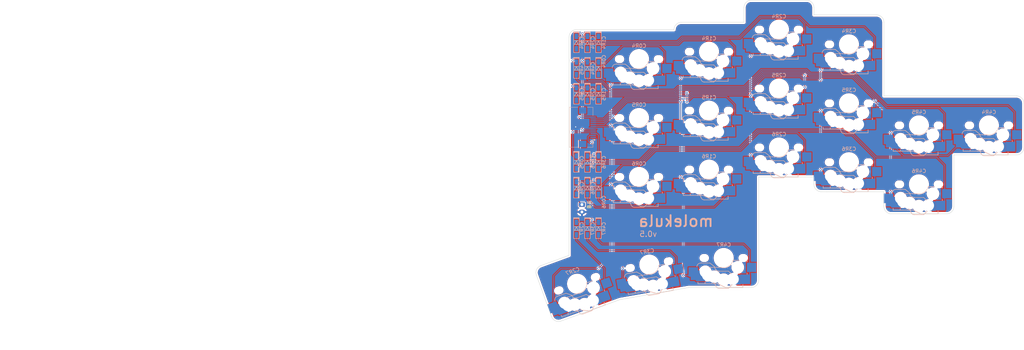
<source format=kicad_pcb>
(kicad_pcb (version 20240108) (generator "pcbnew") (generator_version "8.0")
  (layers (0 "F.Cu" signal) (31 "B.Cu" signal) (34 "B.Paste" user) (35 "F.Paste" user) (36 "B.SilkS" user "B.Silkscreen") (37 "F.SilkS" user "F.Silkscreen") (38 "B.Mask" user) (39 "F.Mask" user) (44 "Edge.Cuts" user))
  (net 0 "")
  (net 1 "GND")
  (net 2 "Net-(D19-A)")
  (net 3 "Net-(D20-A)")
  (net 4 "Net-(D21-A)")
  (net 5 "Net-(D22-A)")
  (net 6 "Net-(D23-A)")
  (net 7 "Net-(D24-A)")
  (net 8 "Net-(D25-A)")
  (net 9 "Net-(D26-A)")
  (net 10 "Net-(D27-A)")
  (net 11 "Net-(D28-A)")
  (net 12 "Net-(D29-A)")
  (net 13 "Net-(D30-A)")
  (net 14 "Net-(D31-A)")
  (net 15 "Net-(D32-A)")
  (net 16 "Net-(D33-A)")
  (net 17 "Net-(D34-A)")
  (net 18 "Net-(D35-A)")
  (net 19 "Net-(D36-A)")
  (net 20 "row4")
  (net 21 "row5")
  (net 22 "row6")
  (net 23 "row7")
  (net 24 "col5")
  (net 25 "BAT-right")
  (net 26 "col6")
  (net 27 "col7")
  (net 28 "col8")
  (net 29 "col9")
  (footprint "zzkeeb:Switch_MXKSChoc-miny-hotswap-ks-3d" (layer "F.Cu") (at 252.42 82.99)
    (property "Reference" "SW30" (hide yes))
    (property "Value" "Switch" (hide yes))
  )
  (footprint "zzkeeb:Switch_MXKSChoc-miny-hotswap-ks-3d" (layer "F.Cu") (at 309.42 70.99)
    (property "Reference" "SW28" (hide yes))
    (property "Value" "Switch" (hide yes))
  )
  (footprint "zzkeeb:Switch_MXKSChoc-miny-hotswap-ks-3d" (layer "F.Cu") (at 252.42 50.99)
    (property "Reference" "SW20" (hide yes))
    (property "Value" "Switch" (hide yes))
  )
  (footprint "zzkeeb:Switch_MXKSChoc-miny-hotswap-ks-3d" (layer "F.Cu") (at 271.42 76.99)
    (property "Reference" "SW31" (hide yes))
    (property "Value" "Switch" (hide yes))
  )
  (footprint "zzkeeb:Switch_MXKSChoc-miny-hotswap-ks-3d" (layer "F.Cu") (at 233.42 52.99)
    (property "Reference" "SW19" (hide yes))
    (property "Value" "Switch" (hide yes))
  )
  (footprint "zzkeeb:Switch_MXKSChoc-miny-hotswap-ks-3d" (layer "F.Cu") (at 271.42 60.99)
    (property "Reference" "SW26" (hide yes))
    (property "Value" "Switch" (hide yes))
  )
  (footprint "zzkeeb:Switch_MXKSChoc-miny-hotswap-ks-3d" (layer "F.Cu") (at 309.42 86.99)
    (property "Reference" "SW33" (hide yes))
    (property "Value" "Switch" (hide yes))
  )
  (footprint "zzkeeb:Connector_JST-1x02-2.00mm" (layer "F.Cu") (at 217.92 92.49 -90)
    (property "Reference" "J12" (hide yes))
    (property "Value" "Conn_01x02_Socket" (hide yes))
  )
  (footprint "zzkeeb:Switch_MXKSChoc-miny-hotswap-ks-3d" (layer "F.Cu") (at 252.42 66.99)
    (property "Reference" "SW25" (hide yes))
    (property "Value" "Switch" (hide yes))
  )
  (footprint "zzkeeb:Switch_MXKSChoc-miny-hotswap-ks-3d" (layer "F.Cu") (at 216.62 113.99 20)
    (property "Reference" "SW34" (hide yes))
    (property "Value" "Switch" (hide yes))
  )
  (footprint "zzkeeb:Switch_MXKSChoc-miny-hotswap-ks-3d" (layer "F.Cu") (at 290.42 48.99)
    (property "Reference" "SW22" (hide yes))
    (property "Value" "Switch" (hide yes))
  )
  (footprint "zzkeeb:Switch_MXKSChoc-miny-hotswap-ks-3d" (layer "F.Cu") (at 290.42 80.99)
    (property "Reference" "SW32" (hide yes))
    (property "Value" "Switch" (hide yes))
  )
  (footprint "zzkeeb:Switch_MXKSChoc-miny-hotswap-ks-3d" (layer "F.Cu") (at 256.42 106.99)
    (property "Reference" "SW36" (hide yes))
    (property "Value" "Switch" (hide yes))
  )
  (footprint "zzkeeb:Switch_MXKSChoc-miny-hotswap-ks-3d" (layer "F.Cu") (at 290.42 64.99)
    (property "Reference" "SW27" (hide yes))
    (property "Value" "Switch" (hide yes))
  )
  (footprint "zzkeeb:Switch_MXKSChoc-miny-hotswap-ks-3d" (layer "F.Cu") (at 236.22 108.79 10)
    (property "Reference" "SW35" (hide yes))
    (property "Value" "Switch" (hide yes))
  )
  (footprint "zzkeeb:Switch_MXKSChoc-miny-hotswap-ks-3d" (layer "F.Cu") (at 233.42 68.99)
    (property "Reference" "SW24" (hide yes))
    (property "Value" "Switch" (hide yes))
  )
  (footprint "zzkeeb:Switch_MXKSChoc-miny-hotswap-ks-3d" (layer "F.Cu") (at 271.42 44.99)
    (property "Reference" "SW21" (hide yes))
    (property "Value" "Switch" (hide yes))
  )
  (footprint "zzkeeb:Switch_MXKSChoc-miny-hotswap-ks-3d" (layer "F.Cu") (at 233.42 84.99)
    (property "Reference" "SW29" (hide yes))
    (property "Value" "Switch" (hide yes))
  )
  (footprint "zzkeeb:Switch_MXKSChoc-miny-hotswap-ks-3d" (layer "F.Cu") (at 328.42 70.99)
    (property "Reference" "SW23" (hide yes))
    (property "Value" "Switch" (hide yes))
  )
  (footprint "zzkeeb:Diode_1N4148-SOD123" (layer "B.Cu") (at 219.42 62.49 -90)
    (property "Reference" "D26" (hide yes))
    (property "Value" "C81598" (hide yes))
  )
  (footprint "zzkeeb:Diode_1N4148-SOD123" (layer "B.Cu") (at 216.42 48.49 -90)
    (property "Reference" "D22" (hide yes))
    (property "Value" "C81598" (hide yes))
  )
  (footprint "zzkeeb:Diode_1N4148-SOD123" (layer "B.Cu") (at 216.42 62.49 -90)
    (property "Reference" "D27" (hide yes))
    (property "Value" "C81598" (hide yes))
  )
  (footprint "zzkeeb:Diode_1N4148-SOD123" (layer "B.Cu") (at 219.42 80.99 -90)
    (property "Reference" "D33" (hide yes))
    (property "Value" "C81598" (hide yes))
  )
  (footprint "zzkeeb:Diode_1N4148-SOD123" (layer "B.Cu") (at 222.42 98.99 -90)
    (property "Reference" "D36" (hide yes))
    (property "Value" "C81598" (hide yes))
  )
  (footprint "zzkeeb:Diode_1N4148-SOD123" (layer "B.Cu") (at 222.42 48.49 -90)
    (property "Reference" "D20" (hide yes))
    (property "Value" "C81598" (hide yes))
  )
  (footprint "zzkeeb:Diode_1N4148-SOD123" (layer "B.Cu") (at 222.42 55.49 -90)
    (property "Reference" "D19" (hide yes))
    (property "Value" "C81598" (hide yes))
  )
  (footprint "zzkeeb:Diode_1N4148-SOD123" (layer "B.Cu") (at 219.42 55.49 -90)
    (property "Reference" "D23" (hide yes))
    (property "Value" "C81598" (hide yes))
  )
  (footprint "zzkeeb:Diode_1N4148-SOD123" (layer "B.Cu") (at 216.42 98.99 -90)
    (property "Reference" "D34" (hide yes))
    (property "Value" "C81598" (hide yes))
  )
  (footprint "zzkeeb:Diode_1N4148-SOD123" (layer "B.Cu") (at 216.42 55.49 -90)
    (property "Reference" "D28" (hide yes))
    (property "Value" "C81598" (hide yes))
  )
  (footprint "zzkeeb:Diode_1N4148-SOD123" (layer "B.Cu") (at 219.42 48.49 -90)
    (property "Reference" "D21" (hide yes))
    (property "Value" "C81598" (hide yes))
  )
  (footprint "zzkeeb:Diode_1N4148-SOD123" (layer "B.Cu") (at 216.42 87.99 -90)
    (property "Reference" "D31" (hide yes))
    (property "Value" "C81598" (hide yes))
  )
  (footprint "zzkeeb:Diode_1N4148-SOD123" (layer "B.Cu") (at 219.42 98.99 -90)
    (property "Reference" "D35" (hide yes))
    (property "Value" "C81598" (hide yes))
  )
  (footprint "zzkeeb:Connector_FFC-12pin-0.5mm-horizontal" (layer "B.Cu") (at 219.42 71.49 90)
    (property "Reference" "J5")
    (property "Value" "C479750" (hide yes))
  )
  (footprint "zzkeeb:Diode_1N4148-SOD123" (layer "B.Cu") (at 222.42 87.99 -90)
    (property "Reference" "D29" (hide yes))
    (property "Value" "C81598" (hide yes))
  )
  (footprint "zzkeeb:Diode_1N4148-SOD123" (layer "B.Cu") (at 222.42 80.99 -90)
    (property "Reference" "D32" (hide yes))
    (property "Value" "C81598" (hide yes))
  )
  (footprint "zzkeeb:Diode_1N4148-SOD123" (layer "B.Cu") (at 219.42 87.99 -90)
    (property "Reference" "D30" (hide yes))
    (property "Value" "C81598" (hide yes))
  )
  (footprint "zzkeeb:Diode_1N4148-SOD123" (layer "B.Cu") (at 216.42 80.99 -90)
    (property "Reference" "D24" (hide yes))
    (property "Value" "C81598" (hide yes))
  )
  (footprint "zzkeeb:Diode_1N4148-SOD123" (layer "B.Cu") (at 222.42 62.49 -90)
    (property "Reference" "D25" (hide yes))
    (property "Value" "C81598" (hide yes))
  )
  (gr_line (start 214.42 106.28113) (end 206.761624 109.068551) (stroke (width 0.1)) (layer "Edge.Cuts"))
  (gr_line (start 261.92 38.99) (end 261.92 42.99) (stroke (width 0.1)) (layer "Edge.Cuts"))
  (gr_line (start 318.92 92.99) (end 318.92 78.99) (stroke (width 0.1)) (layer "Edge.Cuts"))
  (gr_line (start 299.92 88.99) (end 299.92 92.99) (stroke (width 0.1)) (layer "Edge.Cuts"))
  (gr_line (start 335.92 62.99) (end 299.92 62.99) (stroke (width 0.1)) (layer "Edge.Cuts"))
  (gr_line (start 318.92 78.99) (end 335.92 78.99) (stroke (width 0.1)) (layer "Edge.Cuts"))
  (gr_line (start 214.42 57.99) (end 214.42 46.99) (stroke (width 0.1)) (layer "Edge.Cuts"))
  (gr_line (start 214.42 57.99) (end 214.42 84.99) (stroke (width 0.1)) (layer "Edge.Cuts"))
  (gr_arc (start 205.566236 111.63207) (mid 205.633004 110.102736) (end 206.761624 109.068551) (stroke (width 0.1)) (layer "Edge.Cuts"))
  (gr_arc (start 214.42 46.99) (mid 215.005786 45.575786) (end 216.42 44.99) (stroke (width 0.1)) (layer "Edge.Cuts"))
  (gr_line (start 284.42 88.99) (end 299.92 88.99) (stroke (width 0.1)) (layer "Edge.Cuts"))
  (gr_line (start 214.42 84.99) (end 214.42 106.28113) (stroke (width 0.1)) (layer "Edge.Cuts"))
  (gr_arc (start 301.92 94.99) (mid 300.505786 94.404214) (end 299.92 92.99) (stroke (width 0.1)) (layer "Edge.Cuts"))
  (gr_line (start 306.42 94.99) (end 316.92 94.99) (stroke (width 0.1)) (layer "Edge.Cuts"))
  (gr_line (start 306.42 94.99) (end 301.92 94.99) (stroke (width 0.1)) (layer "Edge.Cuts"))
  (gr_line (start 299.92 62.99) (end 299.92 42.99) (stroke (width 0.1)) (layer "Edge.Cuts"))
  (gr_arc (start 278.92 36.99) (mid 280.334214 37.575786) (end 280.92 38.99) (stroke (width 0.1)) (layer "Edge.Cuts"))
  (gr_line (start 297.92 40.99) (end 280.92 40.99) (stroke (width 0.1)) (layer "Edge.Cuts"))
  (gr_line (start 212.233881 124.103657) (end 228.208653 118.289315) (stroke (width 0.1)) (layer "Edge.Cuts"))
  (gr_line (start 280.92 84.99) (end 280.92 86.99) (stroke (width 0.1)) (layer "Edge.Cuts"))
  (gr_arc (start 212.233881 124.103657) (mid 210.704591 124.036911) (end 209.670452 122.908311) (stroke (width 0.1)) (layer "Edge.Cuts"))
  (gr_line (start 278.92 36.99) (end 263.92 36.99) (stroke (width 0.1)) (layer "Edge.Cuts"))
  (gr_line (start 280.92 40.99) (end 280.92 38.99) (stroke (width 0.1)) (layer "Edge.Cuts"))
  (gr_arc (start 318.92 92.99) (mid 318.334214 94.404214) (end 316.92 94.99) (stroke (width 0.1)) (layer "Edge.Cuts"))
  (gr_line (start 265.92 112.99) (end 265.92 84.99) (stroke (width 0.1)) (layer "Edge.Cuts"))
  (gr_arc (start 337.92 76.99) (mid 337.334214 78.404214) (end 335.92 78.99) (stroke (width 0.1)) (layer "Edge.Cuts"))
  (gr_line (start 246.92 114.99) (end 263.92 114.99) (stroke (width 0.1)) (layer "Edge.Cuts"))
  (gr_line (start 265.92 84.99) (end 280.92 84.99) (stroke (width 0.1)) (layer "Edge.Cuts"))
  (gr_line (start 205.566236 111.63207) (end 209.670452 122.908311) (stroke (width 0.1)) (layer "Edge.Cuts"))
  (gr_arc (start 335.92 62.99) (mid 337.334214 63.575786) (end 337.92 64.99) (stroke (width 0.1)) (layer "Edge.Cuts"))
  (gr_line (start 284.42 88.99) (end 282.92 88.99) (stroke (width 0.1)) (layer "Edge.Cuts"))
  (gr_arc (start 261.92 38.99) (mid 262.505786 37.575786) (end 263.92 36.99) (stroke (width 0.1)) (layer "Edge.Cuts"))
  (gr_arc (start 297.92 40.99) (mid 299.334214 41.575786) (end 299.92 42.99) (stroke (width 0.1)) (layer "Edge.Cuts"))
  (gr_line (start 242.92 44.99) (end 216.42 44.99) (stroke (width 0.1)) (layer "Edge.Cuts"))
  (gr_line (start 337.92 76.99) (end 337.92 64.99) (stroke (width 0.1)) (layer "Edge.Cuts"))
  (gr_arc (start 265.92 112.99) (mid 265.334214 114.404214) (end 263.92 114.99) (stroke (width 0.1)) (layer "Edge.Cuts"))
  (gr_line (start 261.92 42.99) (end 244.92 42.99) (stroke (width 0.1)) (layer "Edge.Cuts"))
  (gr_arc (start 242.92 44.99) (mid 243.505786 43.575786) (end 244.92 42.99) (stroke (width 0.1)) (layer "Edge.Cuts"))
  (gr_line (start 228.208653 118.289315) (end 246.92 114.99) (stroke (width 0.1)) (layer "Edge.Cuts"))
  (gr_arc (start 282.92 88.99) (mid 281.505786 88.404214) (end 280.92 86.99) (stroke (width 0.1)) (layer "Edge.Cuts"))
  (gr_text "molekula" (at 243.42 96.99 0) (layer "B.SilkS") (effects (font (size 3 3) (thickness 0.5) (bold yes)) (justify mirror)))
  (gr_text "v0.5" (at 235.92 100.49 0) (layer "B.SilkS") (effects (font (size 1.5 1.5) (thickness 0.2)) (justify mirror)))
  (segment (start 216.92 94.49) (end 217.92 94.49) (width 0.3) (layer "F.Cu") (net 1))
  (segment (start 216.22 71.39) (end 216.22 93.79) (width 0.3) (layer "F.Cu") (net 1))
  (segment (start 216.22 93.79) (end 216.92 94.49) (width 0.3) (layer "F.Cu") (net 1))
  (via (at 216.22 71.39) (size 0.6) (drill 0.3) (layers "F.Cu" "B.Cu") (net 1))
  (segment (start 218.62 71.39) (end 218.97 71.74) (width 0.3) (layer "B.Cu") (net 1))
  (segment (start 218.97 71.74) (end 220.97 71.74) (width 0.3) (layer "B.Cu") (net 1))
  (segment (start 216.22 71.39) (end 218.62 71.39) (width 0.3) (layer "B.Cu") (net 1))
  (segment (start 240.42 57.615) (end 240.42 50.99) (width 0.2) (layer "B.Cu") (net 2))
  (segment (start 222.42 55.99) (end 222.42 57.19) (width 0.2) (layer "B.Cu") (net 2))
  (segment (start 240.42 50.99) (end 238.82 49.39) (width 0.2) (layer "B.Cu") (net 2))
  (segment (start 238.82 49.39) (end 229.02 49.39) (width 0.2) (layer "B.Cu") (net 2))
  (segment (start 239.295 58.74) (end 240.42 57.615) (width 0.2) (layer "B.Cu") (net 2))
  (segment (start 229.02 49.39) (end 222.42 55.99) (width 0.2) (layer "B.Cu") (net 2))
  (segment (start 244.185686 48.99) (end 224.42 48.99) (width 0.2) (layer "B.Cu") (net 3))
  (segment (start 259.42 49.59) (end 257.62 47.79) (width 0.2) (layer "B.Cu") (net 3))
  (segment (start 259.42 55.615) (end 259.42 49.59) (width 0.2) (layer "B.Cu") (net 3))
  (segment (start 258.295 56.74) (end 259.42 55.615) (width 0.2) (layer "B.Cu") (net 3))
  (segment (start 257.62 47.79) (end 245.385686 47.79) (width 0.2) (layer "B.Cu") (net 3))
  (segment (start 223.22 50.19) (end 222.42 50.19) (width 0.2) (layer "B.Cu") (net 3))
  (segment (start 224.42 48.99) (end 223.22 50.19) (width 0.2) (layer "B.Cu") (net 3))
  (segment (start 245.385686 47.79) (end 244.185686 48.99) (width 0.2) (layer "B.Cu") (net 3))
  (segment (start 277.295 50.74) (end 278.42 49.615) (width 0.2) (layer "B.Cu") (net 4))
  (segment (start 245.22 47.39) (end 244.02 48.59) (width 0.2) (layer "B.Cu") (net 4))
  (segment (start 219.82 48.59) (end 219.42 48.99) (width 0.2) (layer "B.Cu") (net 4))
  (segment (start 244.02 48.59) (end 219.82 48.59) (width 0.2) (layer "B.Cu") (net 4))
  (segment (start 266.42 41.79) (end 260.82 47.39) (width 0.2) (layer "B.Cu") (net 4))
  (segment (start 276.82 41.79) (end 266.42 41.79) (width 0.2) (layer "B.Cu") (net 4))
  (segment (start 278.42 49.615) (end 278.42 43.39) (width 0.2) (layer "B.Cu") (net 4))
  (segment (start 278.42 43.39) (end 276.82 41.79) (width 0.2) (layer "B.Cu") (net 4))
  (segment (start 260.82 47.39) (end 245.22 47.39) (width 0.2) (layer "B.Cu") (net 4))
  (segment (start 219.42 48.99) (end 219.42 50.19) (width 0.2) (layer "B.Cu") (net 4))
  (segment (start 279.785686 44.19) (end 276.985686 41.39) (width 0.2) (layer "B.Cu") (net 5))
  (segment (start 276.985686 41.39) (end 266.254314 41.39) (width 0.2) (layer "B.Cu") (net 5))
  (segment (start 245.054314 46.99) (end 243.854314 48.19) (width 0.2) (layer "B.Cu") (net 5))
  (segment (start 296.295 54.74) (end 297.42 53.615) (width 0.2) (layer "B.Cu") (net 5))
  (segment (start 216.42 48.99) (end 216.42 50.19) (width 0.2) (layer "B.Cu") (net 5))
  (segment (start 297.42 53.615) (end 297.42 46.99) (width 0.2) (layer "B.Cu") (net 5))
  (segment (start 217.22 48.19) (end 216.42 48.99) (width 0.2) (layer "B.Cu") (net 5))
  (segment (start 266.254314 41.39) (end 260.654314 46.99) (width 0.2) (layer "B.Cu") (net 5))
  (segment (start 297.42 46.99) (end 294.62 44.19) (width 0.2) (layer "B.Cu") (net 5))
  (segment (start 260.654314 46.99) (end 245.054314 46.99) (width 0.2) (layer "B.Cu") (net 5))
  (segment (start 294.62 44.19) (end 279.785686 44.19) (width 0.2) (layer "B.Cu") (net 5))
  (segment (start 243.854314 48.19) (end 217.22 48.19) (width 0.2) (layer "B.Cu") (net 5))
  (segment (start 335.42 67.39) (end 333.62 65.59) (width 0.2) (layer "B.Cu") (net 6))
  (segment (start 278.951372 55.79) (end 266.59157 55.79) (width 0.2) (layer "B.Cu") (net 6))
  (segment (start 334.295 76.74) (end 335.42 75.615) (width 0.2) (layer "B.Cu") (net 6))
  (segment (start 225.985686 61.39) (end 223.385686 58.79) (width 0.2) (layer "B.Cu") (net 6))
  (segment (start 223.385686 58.79) (end 219.82 58.79) (width 0.2) (layer "B.Cu") (net 6))
  (segment (start 219.42 58.39) (end 219.42 57.19) (width 0.2) (layer "B.Cu") (net 6))
  (segment (start 333.62 65.59) (end 300.719265 65.59) (width 0.2) (layer "B.Cu") (net 6))
  (segment (start 243.99157 60.39) (end 242.99157 61.39) (width 0.2) (layer "B.Cu") (net 6))
  (segment (start 219.82 58.79) (end 219.42 58.39) (width 0.2) (layer "B.Cu") (net 6))
  (segment (start 291.919265 56.79) (end 279.951372 56.79) (width 0.2) (layer "B.Cu") (net 6))
  (segment (start 266.59157 55.79) (end 261.99157 60.39) (width 0.2) (layer "B.Cu") (net 6))
  (segment (start 335.42 75.615) (end 335.42 67.39) (width 0.2) (layer "B.Cu") (net 6))
  (segment (start 242.99157 61.39) (end 225.985686 61.39) (width 0.2) (layer "B.Cu") (net 6))
  (segment (start 300.719265 65.59) (end 291.919265 56.79) (width 0.2) (layer "B.Cu") (net 6))
  (segment (start 279.951372 56.79) (end 278.951372 55.79) (width 0.2) (layer "B.Cu") (net 6))
  (segment (start 261.99157 60.39) (end 243.99157 60.39) (width 0.2) (layer "B.Cu") (net 6))
  (segment (start 240.42 73.615) (end 240.42 71.49) (width 0.2) (layer "B.Cu") (net 7))
  (segment (start 218.645 80.465) (end 233.57 80.465) (width 0.2) (layer "B.Cu") (net 7))
  (segment (start 239.295 74.74) (end 240.42 73.615) (width 0.2) (layer "B.Cu") (net 7))
  (segment (start 216.42 82.69) (end 218.645 80.465) (width 0.2) (layer "B.Cu") (net 7))
  (segment (start 233.57 80.465) (end 239.295 74.74) (width 0.2) (layer "B.Cu") (net 7))
  (segment (start 246.42 64.59) (end 246.42 62.19) (width 0.2) (layer "F.Cu") (net 8))
  (via (at 246.42 64.59) (size 0.6) (drill 0.3) (layers "F.Cu" "B.Cu") (net 8))
  (via (at 246.42 62.19) (size 0.6) (drill 0.3) (layers "F.Cu" "B.Cu") (net 8))
  (segment (start 246.62 64.59) (end 246.42 64.59) (width 0.2) (layer "B.Cu") (net 8))
  (segment (start 248.02 63.19) (end 246.62 64.59) (width 0.2) (layer "B.Cu") (net 8))
  (segment (start 246.42 62.19) (end 244.454314 62.19) (width 0.2) (layer "B.Cu") (net 8))
  (segment (start 259.42 65.39) (end 257.22 63.19) (width 0.2) (layer "B.Cu") (net 8))
  (segment (start 259.42 71.615) (end 259.42 65.39) (width 0.2) (layer "B.Cu") (net 8))
  (segment (start 257.22 63.19) (end 248.02 63.19) (width 0.2) (layer "B.Cu") (net 8))
  (segment (start 258.295 72.74) (end 259.42 71.615) (width 0.2) (layer "B.Cu") (net 8))
  (segment (start 243.654314 62.99) (end 223.62 62.99) (width 0.2) (layer "B.Cu") (net 8))
  (segment (start 223.62 62.99) (end 222.42 64.19) (width 0.2) (layer "B.Cu") (net 8))
  (segment (start 244.454314 62.19) (end 243.654314 62.99) (width 0.2) (layer "B.Cu") (net 8))
  (segment (start 278.42 57.39) (end 278.42 60.59) (width 0.2) (layer "F.Cu") (net 9))
  (via (at 278.42 57.39) (size 0.6) (drill 0.3) (layers "F.Cu" "B.Cu") (net 9))
  (via (at 278.42 60.59) (size 0.6) (drill 0.3) (layers "F.Cu" "B.Cu") (net 9))
  (segment (start 278.42 60.49) (end 278.42 60.59) (width 0.2) (layer "B.Cu") (net 9))
  (segment (start 277.295 66.74) (end 278.42 65.615) (width 0.2) (layer "B.Cu") (net 9))
  (segment (start 219.42 62.99) (end 219.42 64.19) (width 0.2) (layer "B.Cu") (net 9))
  (segment (start 262.488628 61.59) (end 244.488628 61.59) (width 0.2) (layer "B.Cu") (net 9))
  (segment (start 278.42 65.615) (end 278.42 60.59) (width 0.2) (layer "B.Cu") (net 9))
  (segment (start 219.82 62.59) (end 219.42 62.99) (width 0.2) (layer "B.Cu") (net 9))
  (segment (start 243.488628 62.59) (end 219.82 62.59) (width 0.2) (layer "B.Cu") (net 9))
  (segment (start 278.42 57.39) (end 278.02 56.99) (width 0.2) (layer "B.Cu") (net 9))
  (segment (start 278.02 56.99) (end 267.088628 56.99) (width 0.2) (layer "B.Cu") (net 9))
  (segment (start 267.088628 56.99) (end 262.488628 61.59) (width 0.2) (layer "B.Cu") (net 9))
  (segment (start 244.488628 61.59) (end 243.488628 62.59) (width 0.2) (layer "B.Cu") (net 9))
  (segment (start 243.322942 62.19) (end 217.22 62.19) (width 0.2) (layer "B.Cu") (net 10))
  (segment (start 291.585686 57.59) (end 279.62 57.59) (width 0.2) (layer "B.Cu") (net 10))
  (segment (start 298.02 66.89) (end 298.02 64.024314) (width 0.2) (layer "B.Cu") (net 10))
  (segment (start 298.02 64.024314) (end 291.585686 57.59) (width 0.2) (layer "B.Cu") (net 10))
  (segment (start 262.322942 61.19) (end 244.322942 61.19) (width 0.2) (layer "B.Cu") (net 10))
  (segment (start 217.22 62.19) (end 216.42 62.99) (width 0.2) (layer "B.Cu") (net 10))
  (segment (start 266.922942 56.59) (end 262.322942 61.19) (width 0.2) (layer "B.Cu") (net 10))
  (segment (start 216.42 62.99) (end 216.42 64.19) (width 0.2) (layer "B.Cu") (net 10))
  (segment (start 278.62 56.59) (end 266.922942 56.59) (width 0.2) (layer "B.Cu") (net 10))
  (segment (start 296.295 70.74) (end 296.82 70.215) (width 0.2) (layer "B.Cu") (net 10))
  (segment (start 279.62 57.59) (end 278.62 56.59) (width 0.2) (layer "B.Cu") (net 10))
  (segment (start 244.322942 61.19) (end 243.322942 62.19) (width 0.2) (layer "B.Cu") (net 10))
  (segment (start 296.82 70.215) (end 296.82 68.09) (width 0.2) (layer "B.Cu") (net 10))
  (segment (start 296.82 68.09) (end 298.02 66.89) (width 0.2) (layer "B.Cu") (net 10))
  (segment (start 223.22 59.19) (end 217.22 59.19) (width 0.2) (layer "B.Cu") (net 11))
  (segment (start 243.157256 61.79) (end 225.82 61.79) (width 0.2) (layer "B.Cu") (net 11))
  (segment (start 314.82 66.19) (end 300.753579 66.19) (width 0.2) (layer "B.Cu") (net 11))
  (segment (start 216.42 58.39) (end 216.42 57.19) (width 0.2) (layer "B.Cu") (net 11))
  (segment (start 316.42 75.615) (end 316.42 67.79) (width 0.2) (layer "B.Cu") (net 11))
  (segment (start 262.157256 60.79) (end 244.157256 60.79) (width 0.2) (layer "B.Cu") (net 11))
  (segment (start 316.42 67.79) (end 314.82 66.19) (width 0.2) (layer "B.Cu") (net 11))
  (segment (start 278.785686 56.19) (end 266.757256 56.19) (width 0.2) (layer "B.Cu") (net 11))
  (segment (start 244.157256 60.79) (end 243.157256 61.79) (width 0.2) (layer "B.Cu") (net 11))
  (segment (start 300.753579 66.19) (end 291.753579 57.19) (width 0.2) (layer "B.Cu") (net 11))
  (segment (start 291.753579 57.19) (end 279.785686 57.19) (width 0.2) (layer "B.Cu") (net 11))
  (segment (start 315.295 76.74) (end 316.42 75.615) (width 0.2) (layer "B.Cu") (net 11))
  (segment (start 225.82 61.79) (end 223.22 59.19) (width 0.2) (layer "B.Cu") (net 11))
  (segment (start 217.22 59.19) (end 216.42 58.39) (width 0.2) (layer "B.Cu") (net 11))
  (segment (start 279.785686 57.19) (end 278.785686 56.19) (width 0.2) (layer "B.Cu") (net 11))
  (segment (start 266.757256 56.19) (end 262.157256 60.79) (width 0.2) (layer "B.Cu") (net 11))
  (segment (start 240.42 89.615) (end 240.42 87.49) (width 0.2) (layer "B.Cu") (net 12))
  (segment (start 224.02 92.79) (end 237.245 92.79) (width 0.2) (layer "B.Cu") (net 12))
  (segment (start 239.295 90.74) (end 240.42 89.615) (width 0.2) (layer "B.Cu") (net 12))
  (segment (start 237.245 92.79) (end 239.295 90.74) (width 0.2) (layer "B.Cu") (net 12))
  (segment (start 222.42 91.19) (end 224.02 92.79) (width 0.2) (layer "B.Cu") (net 12))
  (segment (start 222.42 89.69) (end 222.42 91.19) (width 0.2) (layer "B.Cu") (net 12))
  (segment (start 253.845 93.19) (end 258.295 88.74) (width 0.2) (layer "B.Cu") (net 13))
  (segment (start 258.295 88.74) (end 259.42 87.615) (width 0.2) (layer "B.Cu") (net 13))
  (segment (start 221.62 93.19) (end 253.845 93.19) (width 0.2) (layer "B.Cu") (net 13))
  (segment (start 219.42 90.99) (end 221.62 93.19) (width 0.2) (layer "B.Cu") (net 13))
  (segment (start 259.42 87.615) (end 259.42 85.49) (width 0.2) (layer "B.Cu") (net 13))
  (segment (start 219.42 89.69) (end 219.42 90.99) (width 0.2) (layer "B.Cu") (net 13))
  (segment (start 261.02 77.79) (end 237.942058 77.79) (width 0.2) (layer "B.Cu") (net 14))
  (segment (start 228.945 81.665) (end 222.62 87.99) (width 0.2) (layer "B.Cu") (net 14))
  (segment (start 217.02 87.99) (end 216.42 88.59) (width 0.2) (layer "B.Cu") (net 14))
  (segment (start 222.62 87.99) (end 217.02 87.99) (width 0.2) (layer "B.Cu") (net 14))
  (segment (start 237.942058 77.79) (end 234.067058 81.665) (width 0.2) (layer "B.Cu") (net 14))
  (segment (start 265.82 72.99) (end 261.02 77.79) (width 0.2) (layer "B.Cu") (net 14))
  (segment (start 234.067058 81.665) (end 228.945 81.665) (width 0.2) (layer "B.Cu") (net 14))
  (segment (start 278.42 81.615) (end 278.42 74.99) (width 0.2) (layer "B.Cu") (net 14))
  (segment (start 276.42 72.99) (end 265.82 72.99) (width 0.2) (layer "B.Cu") (net 14))
  (segment (start 277.295 82.74) (end 278.42 81.615) (width 0.2) (layer "B.Cu") (net 14))
  (segment (start 278.42 74.99) (end 276.42 72.99) (width 0.2) (layer "B.Cu") (net 14))
  (segment (start 216.42 88.59) (end 216.42 89.69) (width 0.2) (layer "B.Cu") (net 14))
  (segment (start 223.845 81.265) (end 233.901372 81.265) (width 0.2) (layer "B.Cu") (net 15))
  (segment (start 260.854314 77.39) (end 265.654314 72.59) (width 0.2) (layer "B.Cu") (net 15))
  (segment (start 237.776372 77.39) (end 260.854314 77.39) (width 0.2) (layer "B.Cu") (net 15))
  (segment (start 288.654314 72.59) (end 289.654314 73.59) (width 0.2) (layer "B.Cu") (net 15))
  (segment (start 233.901372 81.265) (end 237.776372 77.39) (width 0.2) (layer "B.Cu") (net 15))
  (segment (start 222.42 82.69) (end 223.845 81.265) (width 0.2) (layer "B.Cu") (net 15))
  (segment (start 291.254314 73.59) (end 297.42 79.755686) (width 0.2) (layer "B.Cu") (net 15))
  (segment (start 265.654314 72.59) (end 288.654314 72.59) (width 0.2) (layer "B.Cu") (net 15))
  (segment (start 289.654314 73.59) (end 291.254314 73.59) (width 0.2) (layer "B.Cu") (net 15))
  (segment (start 297.42 79.755686) (end 297.42 85.615) (width 0.2) (layer "B.Cu") (net 15))
  (segment (start 297.42 85.615) (end 296.295 86.74) (width 0.2) (layer "B.Cu") (net 15))
  (segment (start 265.488628 72.19) (end 288.82 72.19) (width 0.2) (layer "B.Cu") (net 16))
  (segment (start 219.42 82.69) (end 221.245 80.865) (width 0.2) (layer "B.Cu") (net 16))
  (segment (start 314.22 79.59) (end 316.42 81.79) (width 0.2) (layer "B.Cu") (net 16))
  (segment (start 237.610686 76.99) (end 260.688628 76.99) (width 0.2) (layer "B.Cu") (net 16))
  (segment (start 316.42 91.615) (end 315.295 92.74) (width 0.2) (layer "B.Cu") (net 16))
  (segment (start 221.245 80.865) (end 233.735686 80.865) (width 0.2) (layer "B.Cu") (net 16))
  (segment (start 291.419999 73.19) (end 291.454314 73.224315) (width 0.2) (layer "B.Cu") (net 16))
  (segment (start 316.42 81.79) (end 316.42 91.615) (width 0.2) (layer "B.Cu") (net 16))
  (segment (start 233.735686 80.865) (end 237.610686 76.99) (width 0.2) (layer "B.Cu") (net 16))
  (segment (start 297.82 79.59) (end 314.22 79.59) (width 0.2) (layer "B.Cu") (net 16))
  (segment (start 260.688628 76.99) (end 265.488628 72.19) (width 0.2) (layer "B.Cu") (net 16))
  (segment (start 289.82 73.19) (end 291.419999 73.19) (width 0.2) (layer "B.Cu") (net 16))
  (segment (start 288.82 72.19) (end 289.82 73.19) (width 0.2) (layer "B.Cu") (net 16))
  (segment (start 291.454314 73.224315) (end 291.62 73.39) (width 0.2) (layer "B.Cu") (net 16))
  (segment (start 291.62 73.39) (end 297.82 79.59) (width 0.2) (layer "B.Cu") (net 16))
  (segment (start 224.052899 113.945091) (end 224.052899 117.329453) (width 0.2) (layer "B.Cu") (net 17))
  (segment (start 224.052899 109.822899) (end 216.42 102.19) (width 0.2) (layer "B.Cu") (net 17))
  (segment (start 224.052899 113.945091) (end 224.052899 109.822899) (width 0.2) (layer "B.Cu") (net 17))
  (segment (start 224.052899 117.329453) (end 224.10731 117.383864) (width 0.2) (layer "B.Cu") (net 17))
  (segment (start 216.42 102.19) (end 216.42 100.69) (width 0.2) (layer "B.Cu") (net 17))
  (segment (start 222.22 104.99) (end 241.82 104.99) (width 0.2) (layer "B.Cu") (net 18))
  (segment (start 219.42 100.69) (end 219.42 102.19) (width 0.2) (layer "B.Cu") (net 18))
  (segment (start 243.547775 106.717775) (end 243.547775 112.888912) (width 0.2) (layer "B.Cu") (net 18))
  (segment (start 241.82 104.99) (end 243.547775 106.717775) (width 0.2) (layer "B.Cu") (net 18))
  (segment (start 219.42 102.19) (end 222.22 104.99) (width 0.2) (layer "B.Cu") (net 18))
  (segment (start 243.547775 112.888912) (end 243.004223 113.432464) (width 0.2) (layer "B.Cu") (net 18))
  (segment (start 263.42 111.615) (end 263.42 109.49) (width 0.2) (layer "B.Cu") (net 19))
  (segment (start 262.295 112.74) (end 263.42 111.615) (width 0.2) (layer "B.Cu") (net 19))
  (segment (start 261.82 103.19) (end 263.42 104.79) (width 0.2) (layer "B.Cu") (net 19))
  (segment (start 222.42 100.69) (end 222.42 102.19) (width 0.2) (layer "B.Cu") (net 19))
  (segment (start 222.42 102.19) (end 223.42 103.19) (width 0.2) (layer "B.Cu") (net 19))
  (segment (start 263.42 104.79) (end 263.42 109.49) (width 0.2) (layer "B.Cu") (net 19))
  (segment (start 223.42 103.19) (end 261.82 103.19) (width 0.2) (layer "B.Cu") (net 19))
  (segment (start 218.02 45.99) (end 218.02 53.39) (width 0.2) (layer "F.Cu") (net 20))
  (segment (start 218.02 53.39) (end 218.02 72.14) (width 0.2) (layer "F.Cu") (net 20))
  (via (at 218.02 53.39) (size 0.6) (drill 0.3) (layers "F.Cu" "B.Cu") (net 20))
  (via (at 218.02 45.99) (size 0.6) (drill 0.3) (layers "F.Cu" "B.Cu") (net 20))
  (via (at 218.02 72.14) (size 0.6) (drill 0.3) (layers "F.Cu" "B.Cu") (net 20))
  (segment (start 219.02 53.39) (end 219.42 53.79) (width 0.2) (layer "B.Cu") (net 20))
  (segment (start 219.42 53.79) (end 222.42 53.79) (width 0.2) (layer "B.Cu") (net 20))
  (segment (start 218.02 53.39) (end 219.02 53.39) (width 0.2) (layer "B.Cu") (net 20))
  (segment (start 218.02 45.99) (end 218.02 46.79) (width 0.2) (layer "B.Cu") (net 20))
  (segment (start 218.02 72.14) (end 218.12 72.24) (width 0.2) (layer "B.Cu") (net 20))
  (segment (start 218.12 72.24) (end 220.97 72.24) (width 0.2) (layer "B.Cu") (net 20))
  (segment (start 216.42 46.79) (end 217.82 46.79) (width 0.2) (layer "B.Cu") (net 20))
  (segment (start 217.82 46.79) (end 222.42 46.79) (width 0.2) (layer "B.Cu") (net 20))
  (segment (start 215.42 60.39) (end 215.42 72.74) (width 0.2) (layer "F.Cu") (net 21))
  (segment (start 215.32 60.29) (end 215.42 60.39) (width 0.2) (layer "F.Cu") (net 21))
  (segment (start 215.42 53.39) (end 215.42 60.19) (width 0.2) (layer "F.Cu") (net 21))
  (segment (start 215.42 60.19) (end 215.32 60.29) (width 0.2) (layer "F.Cu") (net 21))
  (via (at 215.32 60.29) (size 0.6) (drill 0.3) (layers "F.Cu" "B.Cu") (net 21))
  (via (at 215.42 72.74) (size 0.6) (drill 0.3) (layers "F.Cu" "B.Cu") (net 21))
  (via (at 215.42 53.39) (size 0.6) (drill 0.3) (layers "F.Cu" "B.Cu") (net 21))
  (segment (start 215.92 60.29) (end 216.42 60.79) (width 0.2) (layer "B.Cu") (net 21))
  (segment (start 215.42 72.74) (end 215.42 78.99) (width 0.2) (layer "B.Cu") (net 21))
  (segment (start 215.72 79.29) (end 216.42 79.29) (width 0.2) (layer "B.Cu") (net 21))
  (segment (start 215.42 78.99) (end 215.72 79.29) (width 0.2) (layer "B.Cu") (net 21))
  (segment (start 216.02 53.39) (end 216.42 53.79) (width 0.2) (layer "B.Cu") (net 21))
  (segment (start 215.42 72.74) (end 220.97 72.74) (width 0.2) (layer "B.Cu") (net 21))
  (segment (start 216.42 60.79) (end 222.42 60.79) (width 0.2) (layer "B.Cu") (net 21))
  (segment (start 215.42 53.39) (end 216.02 53.39) (width 0.2) (layer "B.Cu") (net 21))
  (segment (start 215.32 60.29) (end 215.92 60.29) (width 0.2) (layer "B.Cu") (net 21))
  (segment (start 221.22 78.79) (end 221.22 85.79) (width 0.2) (layer "F.Cu") (net 22))
  (via (at 221.22 85.79) (size 0.6) (drill 0.3) (layers "F.Cu" "B.Cu") (net 22))
  (via (at 221.22 78.79) (size 0.6) (drill 0.3) (layers "F.Cu" "B.Cu") (net 22))
  (segment (start 221.02 79.29) (end 222.42 79.29) (width 0.2) (layer "B.Cu") (net 22))
  (segment (start 221.96 73.24) (end 222.42 73.7) (width 0.2) (layer "B.Cu") (net 22))
  (segment (start 221.02 86.29) (end 222.42 86.29) (width 0.2) (layer "B.Cu") (net 22))
  (segment (start 222.42 73.7) (end 222.42 79.29) (width 0.2) (layer "B.Cu") (net 22))
  (segment (start 220.97 73.24) (end 221.96 73.24) (width 0.2) (layer "B.Cu") (net 22))
  (segment (start 221.22 79.29) (end 221.22 78.79) (width 0.2) (layer "B.Cu") (net 22))
  (segment (start 221.22 85.79) (end 221.22 86.29) (width 0.2) (layer "B.Cu") (net 22))
  (segment (start 216.42 86.29) (end 221.02 86.29) (width 0.2) (layer "B.Cu") (net 22))
  (segment (start 219.42 79.29) (end 221.02 79.29) (width 0.2) (layer "B.Cu") (net 22))
  (segment (start 220.62 75.59) (end 220.62 96.59) (width 0.2) (layer "F.Cu") (net 23))
  (via (at 220.62 96.59) (size 0.6) (drill 0.3) (layers "F.Cu" "B.Cu") (net 23))
  (via (at 220.62 75.59) (size 0.6) (drill 0.3) (layers "F.Cu" "B.Cu") (net 23))
  (segment (start 219.98 73.74) (end 220.97 73.74) (width 0.2) (layer "B.Cu") (net 23))
  (segment (start 220.62 97.29) (end 222.42 97.29) (width 0.2) (layer "B.Cu") (net 23))
  (segment (start 219.62 74.1) (end 219.98 73.74) (width 0.2) (layer "B.Cu") (net 23))
  (segment (start 220.02 75.59) (end 219.62 75.19) (width 0.2) (layer "B.Cu") (net 23))
  (segment (start 220.62 75.59) (end 220.02 75.59) (width 0.2) (layer "B.Cu") (net 23))
  (segment (start 220.62 96.59) (end 220.62 97.29) (width 0.2) (layer "B.Cu") (net 23))
  (segment (start 216.42 97.29) (end 220.62 97.29) (width 0.2) (layer "B.Cu") (net 23))
  (segment (start 219.62 75.19) (end 219.62 74.1) (width 0.2) (layer "B.Cu") (net 23))
  (segment (start 225.745 106.465) (end 222.42 109.79) (width 0.2) (layer "F.Cu") (net 24))
  (segment (start 225.745 86.99) (end 225.745 106.465) (width 0.2) (layer "F.Cu") (net 24))
  (segment (start 225.745 70.99) (end 225.745 86.99) (width 0.2) (layer "F.Cu") (net 24))
  (segment (start 225.745 70.99) (end 225.745 59.99) (width 0.2) (layer "F.Cu") (net 24))
  (via (at 225.745 86.99) (size 0.6) (drill 0.3) (layers "F.Cu" "B.Cu") (net 24))
  (via (at 225.745 70.99) (size 0.6) (drill 0.3) (layers "F.Cu" "B.Cu") (net 24))
  (via (at 225.745 59.99) (size 0.6) (drill 0.3) (layers "F.Cu" "B.Cu") (net 24))
  (via (at 222.42 109.79) (size 0.6) (drill 0.3) (layers "F.Cu" "B.Cu") (net 24))
  (segment (start 210.22 120.236206) (end 211.015354 121.03156) (width 0.2) (layer "B.Cu") (net 24))
  (segment (start 225.745 89.69) (end 225.745 86.99) (width 0.2) (layer "B.Cu") (net 24))
  (segment (start 225.745 57.69) (end 225.745 59.99) (width 0.2) (layer "B.Cu") (net 24))
  (segment (start 225.745 70.99) (end 225.495 71.24) (width 0.2) (layer "B.Cu") (net 24))
  (segment (start 212.22 109.79) (end 210.22 111.79) (width 0.2) (layer "B.Cu") (net 24))
  (segment (start 210.22 111.79) (end 210.22 120.236206) (width 0.2) (layer "B.Cu") (net 24))
  (segment (start 222.42 109.79) (end 212.22 109.79) (width 0.2) (layer "B.Cu") (net 24))
  (segment (start 225.745 70.99) (end 225.745 73.69) (width 0.2) (layer "B.Cu") (net 24))
  (segment (start 225.495 71.24) (end 220.97 71.24) (width 0.2) (layer "B.Cu") (net 24))
  (segment (start 217.22 68.74) (end 217.22 91.79) (width 0.3) (layer "F.Cu") (net 25))
  (segment (start 217.22 91.79) (end 217.92 92.49) (width 0.3) (layer "F.Cu") (net 25))
  (via (at 217.22 68.74) (size 0.6) (drill 0.3) (layers "F.Cu" "B.Cu") (net 25))
  (segment (start 217.22 68.74) (end 220.97 68.74) (width 0.3) (layer "B.Cu") (net 25))
  (segment (start 226.409951 106.579951) (end 226.409951 68.579951) (width 0.2) (layer "F.Cu") (net 26))
  (segment (start 229.02 109.19) (end 226.409951 106.579951) (width 0.2) (layer "F.Cu") (net 26))
  (segment (start 244.745 64.59) (end 244.745 58.19) (width 0.2) (layer "F.Cu") (net 26))
  (segment (start 244.745 64.59) (end 244.745 84.99) (width 0.2) (layer "F.Cu") (net 26))
  (segment (start 229.02 109.79) (end 229.02 109.19) (width 0.2) (layer "F.Cu") (net 26))
  (via (at 244.745 58.19) (size 0.6) (drill 0.3) (layers "F.Cu" "B.Cu") (net 26))
  (via (at 244.745 64.59) (size 0.6) (drill 0.3) (layers "F.Cu" "B.Cu") (net 26))
  (via (at 244.745 84.99) (size 0.6) (drill 0.3) (layers "F.Cu" "B.Cu") (net 26))
  (via (at 226.409951 68.579951) (size 0.6) (drill 0.3) (layers "F.Cu" "B.Cu") (net 26))
  (via (at 229.02 109.79) (size 0.6) (drill 0.3) (layers "F.Cu" "B.Cu") (net 26))
  (segment (start 229.02 114.293599) (end 229.477747 114.751346) (width 0.2) (layer "B.Cu") (net 26))
  (segment (start 223.967058 70.74) (end 226.127107 68.579951) (width 0.2) (layer "B.Cu") (net 26))
  (segment (start 244.745 87.69) (end 244.745 84.99) (width 0.2) (layer "B.Cu") (net 26))
  (segment (start 230.117058 64.59) (end 244.745 64.59) (width 0.2) (layer "B.Cu") (net 26))
  (segment (start 220.97 70.74) (end 223.967058 70.74) (width 0.2) (layer "B.Cu") (net 26))
  (segment (start 244.745 58.19) (end 244.745 55.69) (width 0.2) (layer "B.Cu") (net 26))
  (segment (start 229.02 109.79) (end 229.02 114.293599) (width 0.2) (layer "B.Cu") (net 26))
  (segment (start 226.127107 68.579951) (end 226.409951 68.579951) (width 0.2) (layer "B.Cu") (net 26))
  (segment (start 226.409951 68.297107) (end 230.117058 64.59) (width 0.2) (layer "B.Cu") (net 26))
  (segment (start 244.745 71.69) (end 244.745 64.59) (width 0.2) (layer "B.Cu") (net 26))
  (segment (start 226.409951 68.579951) (end 226.409951 68.297107) (width 0.2) (layer "B.Cu") (net 26))
  (segment (start 263.745 78.99) (end 263.745 62.79) (width 0.2) (layer "F.Cu") (net 27))
  (segment (start 245.42 111.69) (end 245.42 63.79) (width 0.2) (layer "F.Cu") (net 27))
  (segment (start 263.745 62.79) (end 263.745 52.19) (width 0.2) (layer "F.Cu") (net 27))
  (via (at 245.42 63.79) (size 0.6) (drill 0.3) (layers "F.Cu" "B.Cu") (net 27))
  (via (at 263.745 78.99) (size 0.6) (drill 0.3) (layers "F.Cu" "B.Cu") (net 27))
  (via (at 263.745 52.19) (size 0.6) (drill 0.3) (layers "F.Cu" "B.Cu") (net 27))
  (via (at 245.42 111.69) (size 0.6) (drill 0.3) (layers "F.Cu" "B.Cu") (net 27))
  (via (at 263.745 62.79) (size 0.6) (drill 0.3) (layers "F.Cu" "B.Cu") (net 27))
  (segment (start 246.854314 63.79) (end 244.62 63.79) (width 0.2) (layer "B.Cu") (net 27))
  (segment (start 263.745 81.69) (end 263.745 78.99) (width 0.2) (layer "B.Cu") (net 27))
  (segment (start 244.62 63.79) (end 244.22 64.19) (width 0.2) (layer "B.Cu") (net 27))
  (segment (start 247.854314 62.79) (end 246.854314 63.79) (width 0.2) (layer "B.Cu") (net 27))
  (segment (start 229.951372 64.19) (end 223.901372 70.24) (width 0.2) (layer "B.Cu") (net 27))
  (segment (start 245.42 111.69) (end 248.745 111.69) (width 0.2) (layer "B.Cu") (net 27))
  (segment (start 263.745 62.79) (end 247.854314 62.79) (width 0.2) (layer "B.Cu") (net 27))
  (segment (start 263.745 62.79) (end 263.745 65.69) (width 0.2) (layer "B.Cu") (net 27))
  (segment (start 244.22 64.19) (end 229.951372 64.19) (width 0.2) (layer "B.Cu") (net 27))
  (segment (start 263.745 52.19) (end 263.745 49.69) (width 0.2) (layer "B.Cu") (net 27))
  (segment (start 223.901372 70.24) (end 220.97 70.24) (width 0.2) (layer "B.Cu") (net 27))
  (segment (start 282.745 66.99) (end 282.745 58.59) (width 0.2) (layer "F.Cu") (net 28))
  (segment (start 282.745 82.99) (end 282.745 66.99) (width 0.2) (layer "F.Cu") (net 28))
  (segment (start 282.745 58.59) (end 282.745 55.99) (width 0.2) (layer "F.Cu") (net 28))
  (via (at 282.745 66.99) (size 0.6) (drill 0.3) (layers "F.Cu" "B.Cu") (net 28))
  (via (at 282.745 58.59) (size 0.6) (drill 0.3) (layers "F.Cu" "B.Cu") (net 28))
  (via (at 282.745 82.99) (size 0.6) (drill 0.3) (layers "F.Cu" "B.Cu") (net 28))
  (via (at 282.745 55.99) (size 0.6) (drill 0.3) (layers "F.Cu" "B.Cu") (net 28))
  (segment (start 244.054314 63.79) (end 229.785686 63.79) (width 0.2) (layer "B.Cu") (net 28))
  (segment (start 277.254314 57.79) (end 267.42 57.79) (width 0.2) (layer "B.Cu") (net 28))
  (segment (start 247.688628 62.39) (end 246.888628 63.19) (width 0.2) (layer "B.Cu") (net 28))
  (segment (start 244.654314 63.19) (end 244.054314 63.79) (width 0.2) (layer "B.Cu") (net 28))
  (segment (start 282.745 69.69) (end 282.745 66.99) (width 0.2) (layer "B.Cu") (net 28))
  (segment (start 229.785686 63.79) (end 223.835686 69.74) (width 0.2) (layer "B.Cu") (net 28))
  (segment (start 277.854314 58.39) (end 277.254314 57.79) (width 0.2) (layer "B.Cu") (net 28))
  (segment (start 282.745 85.69) (end 282.745 82.99) (width 0.2) (layer "B.Cu") (net 28))
  (segment (start 223.835686 69.74) (end 220.97 69.74) (width 0.2) (layer "B.Cu") (net 28))
  (segment (start 246.888628 63.19) (end 244.654314 63.19) (width 0.2) (layer "B.Cu") (net 28))
  (segment (start 282.545 58.39) (end 277.854314 58.39) (width 0.2) (layer "B.Cu") (net 28))
  (segment (start 282.745 58.59) (end 282.545 58.39) (width 0.2) (layer "B.Cu") (net 28))
  (segment (start 262.82 62.39) (end 247.688628 62.39) (width 0.2) (layer "B.Cu") (net 28))
  (segment (start 267.42 57.79) (end 262.82 62.39) (width 0.2) (layer "B.Cu") (net 28))
  (segment (start 282.745 53.69) (end 282.745 55.99) (width 0.2) (layer "B.Cu") (net 28))
  (segment (start 301.745 88.99) (end 301.745 72.99) (width 0.2) (layer "F.Cu") (net 29))
  (segment (start 301.745 68.715) (end 297.42 64.39) (width 0.2) (layer "F.Cu") (net 29))
  (segment (start 301.745 72.99) (end 301.745 68.715) (width 0.2) (layer "F.Cu") (net 29))
  (via (at 297.42 64.39) (size 0.6) (drill 0.3) (layers "F.Cu" "B.Cu") (net 29))
  (via (at 301.745 72.99) (size 0.6) (drill 0.3) (layers "F.Cu" "B.Cu") (net 29))
  (via (at 301.745 88.99) (size 0.6) (drill 0.3) (layers "F.Cu" "B.Cu") (net 29))
  (segment (start 301.745 75.69) (end 301.745 72.99) (width 0.2) (layer "B.Cu") (net 29))
  (segment (start 291.42 57.99) (end 278.02 57.99) (width 0.2) (layer "B.Cu") (net 29))
  (segment (start 267.254314 57.39) (end 262.654314 61.99) (width 0.2) (layer "B.Cu") (net 29))
  (segment (start 317.245 79.19) (end 320.745 75.69) (width 0.2) (layer "B.Cu") (net 29))
  (segment (start 297.42 63.99) (end 291.42 57.99) (width 0.2) (layer "B.Cu") (net 29))
  (segment (start 262.654314 61.99) (end 247.522942 61.99) (width 0.2) (layer "B.Cu") (net 29))
  (segment (start 305.245 79.19) (end 317.245 79.19) (width 0.2) (layer "B.Cu") (net 29))
  (segment (start 301.745 75.69) (end 305.245 79.19) (width 0.2) (layer "B.Cu") (net 29))
  (segment (start 278.02 57.99) (end 277.42 57.39) (width 0.2) (layer "B.Cu") (net 29))
  (segment (start 246.722942 62.79) (end 244.42 62.79) (width 0.2) (layer "B.Cu") (net 29))
  (segment (start 297.42 64.39) (end 297.42 63.99) (width 0.2) (layer "B.Cu") (net 29))
  (segment (start 277.42 57.39) (end 267.254314 57.39) (width 0.2) (layer "B.Cu") (net 29))
  (segment (start 229.62 63.39) (end 223.77 69.24) (width 0.2) (layer "B.Cu") (net 29))
  (segment (start 247.522942 61.99) (end 246.722942 62.79) (width 0.2) (layer "B.Cu") (net 29))
  (segment (start 243.82 63.39) (end 229.62 63.39) (width 0.2) (layer "B.Cu") (net 29))
  (segment (start 301.745 91.69) (end 301.745 88.99) (width 0.2) (layer "B.Cu") (net 29))
  (segment (start 223.77 69.24) (end 220.97 69.24) (width 0.2) (layer "B.Cu") (net 29))
  (segment (start 244.42 62.79) (end 243.82 63.39) (width 0.2) (layer "B.Cu") (net 29))
  (zone (net 1) (net_name "GND") (layers "F&B.Cu") (connect_pads (clearance 0.25)) (min_thickness 0.25) (fill yes (thermal_gap 0.5) (thermal_bridge_width 0.5) (island_removal_mode 1) (island_area_min 10))
    (polygon (pts (xy 59.92 62.99) (xy 99.92 36.99) (xy 175.92 36.99) (xy 185.92 45.99) (xy 185.92 105.99) (xy 199.92 110.99) (xy 213.92 105.99) (xy 213.92 45.99) (xy 223.92 36.99) (xy 299.92 36.99) (xy 337.92 62.99) (xy 337.92 78.99) (xy 318.92 94.99) (xy 265.92 94.99) (xy 265.92 114.99) (xy 199.92 131.99) (xy 133.92 114.99) (xy 133.92 94.99) (xy 80.92 94.99) (xy 59.92 78.99)))
  )
)
</source>
